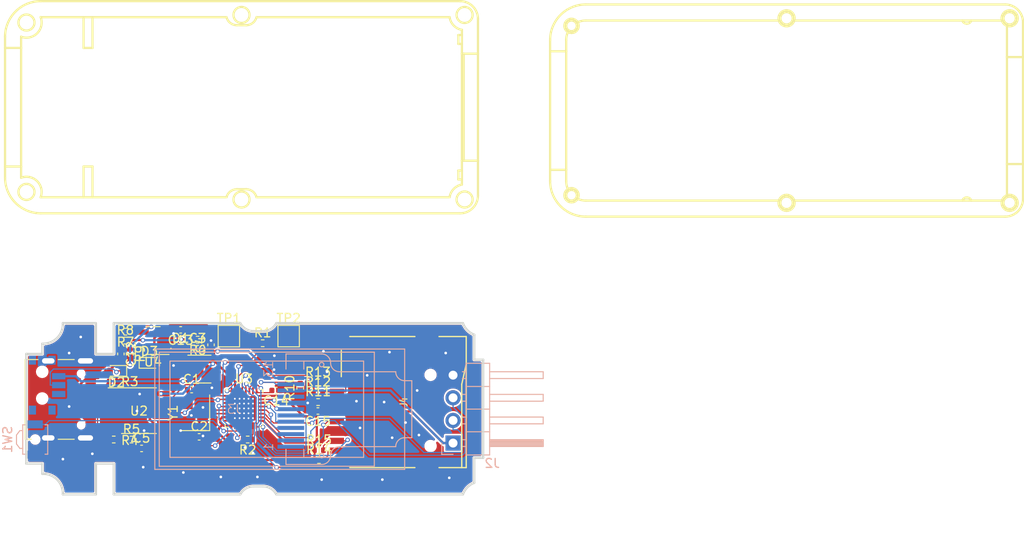
<source format=kicad_pcb>
(kicad_pcb (version 20211014) (generator pcbnew)
  (layers (0 "F.Cu" signal) (31 "B.Cu" signal) (34 "B.Paste" user) (35 "F.Paste" user) (36 "B.SilkS" user "B.Silkscreen") (37 "F.SilkS" user "F.Silkscreen") (38 "B.Mask" user) (39 "F.Mask" user) (44 "Edge.Cuts" user))
  (net 0 "")
  (net 1 "GND")
  (net 3 "Net-(C1-Pad1)")
  (net 4 "Net-(C2-Pad1)")
  (net 5 "Net-(C3-Pad1)")
  (net 6 "+3V3")
  (net 7 "/RESET")
  (net 8 "Net-(C12-Pad1)")
  (net 9 "+4V")
  (net 10 "Net-(C14-Pad2)")
  (net 11 "Net-(D1-Pad1)")
  (net 12 "Net-(D1-Pad2)")
  (net 13 "/LDO_IN")
  (net 14 "+5V")
  (net 15 "/USB_D-")
  (net 16 "/USB_D+")
  (net 18 "Net-(J1-PadA5)")
  (net 20 "Net-(J1-PadB5)")
  (net 21 "/UART3_TX")
  (net 22 "/UART3_RX")
  (net 25 "/LCD_SDA")
  (net 26 "/LCD_SCK")
  (net 27 "/LCD_DC")
  (net 28 "/LCD_RES")
  (net 29 "/LCD_CS")
  (net 31 "Net-(J3-Pad11)")
  (net 32 "/TF_DAT2")
  (net 33 "/TF_DAT3")
  (net 34 "/TF_CMD")
  (net 35 "/TF_CLK")
  (net 36 "/TF_DAT0")
  (net 37 "/TF_DAT1")
  (net 38 "Net-(R1-Pad2)")
  (net 39 "Net-(R5-Pad1)")
  (net 40 "Net-(R6-Pad2)")
  (net 41 "Net-(R9-Pad1)")
  (net 42 "/KEY")
  (net 45 "/TX0")
  (net 46 "/RX0")
  (footprint "Resistor_SMD:R_0402_1005Metric" (layer "F.Cu") (at 28 57.4)
    (fp_text reference "R3")
    (fp_text value "5.1K")
  )
  (footprint "Resistor_SMD:R_0402_1005Metric" (layer "F.Cu") (at 28 63.9)
    (fp_text reference "R4")
    (fp_text value "5.1K")
  )
  (footprint "Resistor_SMD:R_0402_1005Metric" (layer "F.Cu") (at 50.89 58.6)
    (fp_text reference "R12")
    (fp_text value "100K")
  )
  (footprint "Capacitor_SMD:C_0402_1005Metric" (layer "F.Cu") (at 46.2 58.4 180)
    (fp_text reference "C14")
    (fp_text value "4.7uF")
  )
  (footprint "Resistor_SMD:R_0402_1005Metric" (layer "F.Cu") (at 48.9 58.1 90)
    (fp_text reference "R10")
    (fp_text value "10R")
  )
  (footprint "LED_SMD:LED_0402_1005Metric" (layer "F.Cu") (at 35.5 53.7)
    (fp_text reference "D1")
    (fp_text value "LED")
  )
  (footprint "Resistor_SMD:R_0402_1005Metric" (layer "F.Cu") (at 29.99 63.9)
    (fp_text reference "R5")
    (fp_text value "5.1K")
  )
  (footprint "Package_SO:SOIC-8_3.9x4.9mm_P1.27mm" (layer "F.Cu") (at 30.825 60.665)
    (fp_text reference "U2")
    (fp_text value "CH330N")
  )
  (footprint "Capacitor_SMD:C_0402_1005Metric" (layer "F.Cu") (at 37.57 63.6)
    (fp_text reference "C2")
    (fp_text value "15p")
  )
  (footprint "Crystal:Crystal_SMD_3225-4Pin_3.2x2.5mm" (layer "F.Cu") (at 37.1 60.9 90)
    (fp_text reference "Y1")
    (fp_text value "40M")
  )
  (footprint "Resistor_SMD:R_0402_1005Metric" (layer "F.Cu") (at 50.9 59.7)
    (fp_text reference "R11")
    (fp_text value "100K")
  )
  (footprint "Air_LuatOS_Module:Air101" (layer "F.Cu") (at 42.6 60.4)
    (fp_text reference "U3")
    (fp_text value "Air101")
  )
  (footprint "Resistor_SMD:R_0402_1005Metric" (layer "F.Cu") (at 51 66.2)
    (fp_text reference "R14")
    (fp_text value "100K")
  )
  (footprint "Diode_SMD:D_SOD-523" (layer "F.Cu") (at 28.3 56.2 180)
    (fp_text reference "D2")
    (fp_text value "MSK4005")
  )
  (footprint "Resistor_SMD:R_0402_1005Metric" (layer "F.Cu") (at 37.4 52.7 180)
    (fp_text reference "R6")
    (fp_text value "1K")
  )
  (footprint "chenxuuu_Module:microSD_TF" (layer "F.Cu") (at 60.5 59.7 -90)
    (fp_text reference "J4")
    (fp_text value "Micro_SD_Card")
  )
  (footprint "TestPoint:TestPoint_Pad_2.0x2.0mm" (layer "F.Cu") (at 40.9 52.3)
    (fp_text reference "TP1")
    (fp_text value "TestPoint")
  )
  (footprint "Capacitor_SMD:C_0402_1005Metric" (layer "F.Cu") (at 31.12 64.9)
    (fp_text reference "C5")
    (fp_text value "100nf")
  )
  (footprint "Capacitor_SMD:C_0402_1005Metric" (layer "F.Cu") (at 35.5 51.6 180)
    (fp_text reference "C13")
    (fp_text value "1uF")
  )
  (footprint "Capacitor_SMD:C_0402_1005Metric" (layer "F.Cu") (at 36.73 58.3)
    (fp_text reference "C1")
    (fp_text value "15p")
  )
  (footprint "TestPoint:TestPoint_Pad_2.0x2.0mm" (layer "F.Cu") (at 47.6 52.3)
    (fp_text reference "TP2")
    (fp_text value "TestPoint")
  )
  (footprint "Package_TO_SOT_SMD:SOT-23-5" (layer "F.Cu") (at 38.1 56)
    (fp_text reference "U1" hide)
    (fp_text value "4A2D")
  )
  (footprint "Resistor_SMD:R_0402_1005Metric" (layer "F.Cu") (at 29.3 52.8)
    (fp_text reference "R8")
    (fp_text value "1R")
  )
  (footprint "Capacitor_SMD:C_0402_1005Metric" (layer "F.Cu") (at 28.8 54.3 -90)
    (fp_text reference "C12")
    (fp_text value "1uF")
  )
  (footprint "Resistor_SMD:R_0402_1005Metric" (layer "F.Cu") (at 50.89 57.5)
    (fp_text reference "R13")
    (fp_text value "100K")
  )
  (footprint "Resistor_SMD:R_0402_1005Metric" (layer "F.Cu") (at 44.69 53.1)
    (fp_text reference "R1")
    (fp_text value "100K")
  )
  (footprint "Connector_USB:USB_C_Receptacle_Palconn_UTC16-G" (layer "F.Cu") (at 22.9 59.4 -90)
    (fp_text reference "J1" hide)
    (fp_text value "USB_C_Receptacle_USB2.0")
  )
  (footprint "Resistor_SMD:R_0402_1005Metric" (layer "F.Cu") (at 29.31 51.8 180)
    (fp_text reference "R7")
    (fp_text value "0.5R")
  )
  (footprint "Diode_SMD:D_SOD-523" (layer "F.Cu") (at 32 55.3)
    (fp_text reference "D3")
    (fp_text value "MSK4005")
  )
  (footprint "Capacitor_SMD:C_0402_1005Metric" (layer "F.Cu") (at 38.9 53.28 90)
    (fp_text reference "C4")
    (fp_text value "1uF")
  )
  (footprint "Resistor_SMD:R_0402_1005Metric" (layer "F.Cu") (at 43.01 63.9 180)
    (fp_text reference "R2")
    (fp_text value "100K")
  )
  (footprint "Resistor_SMD:R_0402_1005Metric" (layer "F.Cu") (at 50.99 65.1)
    (fp_text reference "R15")
    (fp_text value "100K")
  )
  (footprint "Capacitor_SMD:C_0402_1005Metric" (layer "F.Cu") (at 50.88 60.7 180)
    (fp_text reference "C15")
    (fp_text value "100nf")
  )
  (footprint "Capacitor_SMD:C_0402_1005Metric" (layer "F.Cu") (at 37.4 53.7)
    (fp_text reference "C3")
    (fp_text value "1uF")
  )
  (footprint "Package_TO_SOT_SMD:SOT-23-5" (layer "F.Cu") (at 32.4 52.8 180)
    (fp_text reference "U4")
    (fp_text value "HX4064A")
  )
  (footprint "Resistor_SMD:R_0402_1005Metric" (layer "F.Cu") (at 29.8 54.29 -90)
    (fp_text reference "R9")
    (fp_text value "2K")
  )
  (footprint "Button_Switch_SMD:SW_SPST_B3U-3000P-B" (layer "B.Cu") (at 19.2 63.9 -90)
    (fp_text reference "SW1")
    (fp_text value "Side_SWITCH_SW_3*6*3.5mm")
  )
  (footprint "Connector_PinHeader_2.54mm:PinHeader_1x04_P2.54mm_Horizontal" (layer "B.Cu") (at 66.025 64.3)
    (fp_text reference "J2")
    (fp_text value "Conn_01x04_Male")
  )
  (footprint "chenxuuu_Module:MSK-0002" (layer "B.Cu") (at 19.985 57.8 90)
    (fp_text reference "SW2" hide)
    (fp_text value "SW_Push_SPDT")
  )
  (footprint "chenxuuu_Module:ST7735S-0.96TFT-13P" (layer "B.Cu") (at 46.6 60.5 180)
    (fp_text reference "J3")
    (fp_text value "ST7735S-0.96TFT-13P")
  )
  (gr_line (start 102.536 16.9) (end 80.9 16.9) (layer "F.SilkS") (width 0.254))
  (gr_arc (start 68.8175 36.526) (mid 68.231714 37.940214) (end 66.8175 38.526) (layer "F.SilkS") (width 0.254))
  (gr_line (start 66.6175 33.726) (end 66.6175 34.726) (layer "F.SilkS") (width 0.254))
  (gr_arc (start 123.1 37.1) (mid 123.281174 36.846868) (end 123.576996 36.749971) (layer "F.SilkS") (width 0.254))
  (gr_arc (start 15.8175 18.726) (mid 16.989073 15.897573) (end 19.8175 14.726) (layer "F.SilkS") (width 0.254))
  (gr_line (start 19.8175 38.526) (end 66.8175 38.526) (layer "F.SilkS") (width 0.254))
  (gr_circle (center 103.4 37.35) (end 104.3 37.35) (layer "F.SilkS") (width 0.254) (fill none))
  (gr_line (start 66.8175 14.726) (end 19.8175 14.726) (layer "F.SilkS") (width 0.254))
  (gr_arc (start 17.6175 34.536) (mid 19.41901 34.924137) (end 19.807676 36.725532) (layer "F.SilkS") (width 0.254))
  (gr_line (start 25.6175 33.276) (end 24.6175 33.276) (layer "F.SilkS") (width 0.254))
  (gr_arc (start 43.9995 16.526) (mid 43.572426 17.174751) (end 42.837516 17.426102) (layer "F.SilkS") (width 0.254))
  (gr_line (start 123.577 17.25) (end 123.623 17.25) (layer "F.SilkS") (width 0.254))
  (gr_line (start 24.6175 33.276) (end 24.6175 36.726) (layer "F.SilkS") (width 0.254))
  (gr_line (start 67.0175 32.626) (end 68.8175 32.626) (layer "F.SilkS") (width 0.254))
  (gr_circle (center 79.3 36.5) (end 79.9 36.5) (layer "F.SilkS") (width 0.254) (fill none))
  (gr_circle (center 42.3175 36.976) (end 43.2175 36.976) (layer "F.SilkS") (width 0.254) (fill none))
  (gr_line (start 78.7 20.35) (end 76.9 20.35) (layer "F.SilkS") (width 0.254))
  (gr_line (start 76.9 33.65) (end 78.7 33.65) (layer "F.SilkS") (width 0.254))
  (gr_arc (start 19.8085 16.526) (mid 19.419754 18.328441) (end 17.617252 18.716906) (layer "F.SilkS") (width 0.254))
  (gr_arc (start 17.6175 34.536) (mid 17.617482 34.531297) (end 17.617473 34.526593) (layer "F.SilkS") (width 0.254))
  (gr_arc (start 80.9 37.1) (mid 80.434917 37.050278) (end 79.990856 36.903361) (layer "F.SilkS") (width 0.254))
  (gr_line (start 104.265 37.1) (end 127.536 37.1) (layer "F.SilkS") (width 0.254))
  (gr_line (start 128.1 21) (end 128.1 17.498) (layer "F.SilkS") (width 0.254))
  (gr_arc (start 65.6365 36.726) (mid 66.098066 35.792259) (end 67.017688 35.303166) (layer "F.SilkS") (width 0.254))
  (gr_circle (center 79.3 17.5) (end 79.9 17.5) (layer "F.SilkS") (width 0.254) (fill none))
  (gr_line (start 76.9 33.65) (end 76.9 34.9) (layer "F.SilkS") (width 0.254))
  (gr_line (start 43.9995 36.726) (end 65.6365 36.726) (layer "F.SilkS") (width 0.254))
  (gr_line (start 68.8175 20.626) (end 67.0175 20.626) (layer "F.SilkS") (width 0.254))
  (gr_arc (start 76.9 19.1) (mid 78.071598 16.271548) (end 80.90007 15.1) (layer "F.SilkS") (width 0.254))
  (gr_arc (start 67.0175 17.949) (mid 66.097817 17.459766) (end 65.636283 16.525875) (layer "F.SilkS") (width 0.254))
  (gr_circle (center 79.3 36.5) (end 80.1 36.5) (layer "F.SilkS") (width 0.254) (fill none))
  (gr_line (start 129.9 21) (end 128.1 21) (layer "F.SilkS") (width 0.254))
  (gr_line (start 128.1 21) (end 128.1 33) (layer "F.SilkS") (width 0.254))
  (gr_line (start 127.9 15.1) (end 80.9 15.1) (layer "F.SilkS") (width 0.254))
  (gr_line (start 78.7 33.65) (end 78.7 20.35) (layer "F.SilkS") (width 0.254))
  (gr_line (start 80.9 38.9) (end 127.9 38.9) (layer "F.SilkS") (width 0.254))
  (gr_line (start 67.0175 33.726) (end 66.6175 33.726) (layer "F.SilkS") (width 0.254))
  (gr_line (start 65.6365 16.526) (end 43.9995 16.526) (layer "F.SilkS") (width 0.254))
  (gr_line (start 24.6175 16.526) (end 24.6175 19.976) (layer "F.SilkS") (width 0.254))
  (gr_line (start 67.0175 20.626) (end 67.0175 17.949) (layer "F.SilkS") (width 0.254))
  (gr_line (start 15.8175 33.276) (end 17.6175 33.276) (layer "F.SilkS") (width 0.254))
  (gr_line (start 67.2175 32.626) (end 67.2175 20.626) (layer "F.SilkS") (width 0.254))
  (gr_line (start 66.6175 34.726) (end 67.0175 34.726) (layer "F.SilkS") (width 0.254))
  (gr_line (start 67.0175 20.626) (end 67.0175 32.626) (layer "F.SilkS") (width 0.254))
  (gr_arc (start 19.8175 38.526) (mid 16.989073 37.354427) (end 15.8175 34.526) (layer "F.SilkS") (width 0.254))
  (gr_line (start 42.8375 35.826) (end 41.7985 35.826) (layer "F.SilkS") (width 0.254))
  (gr_line (start 80.9 37.1) (end 102.536 37.1) (layer "F.SilkS") (width 0.254))
  (gr_circle (center 128.4 16.65) (end 129.3 16.65) (layer "F.SilkS") (width 0.254) (fill none))
  (gr_line (start 17.6175 33.276) (end 17.6175 34.526) (layer "F.SilkS") (width 0.254))
  (gr_line (start 129.9 36.9) (end 129.9 33) (layer "F.SilkS") (width 0.254))
  (gr_arc (start 79.991 17.096) (mid 80.435193 16.949128) (end 80.900395 16.899478) (layer "F.SilkS") (width 0.254))
  (gr_circle (center 128.4 37.35) (end 129.3 37.35) (layer "F.SilkS") (width 0.254) (fill none))
  (gr_arc (start 123.577 17.25) (mid 123.281194 17.153111) (end 123.100029 16.899995) (layer "F.SilkS") (width 0.254))
  (gr_line (start 25.6175 36.726) (end 25.6175 33.276) (layer "F.SilkS") (width 0.254))
  (gr_line (start 127.536 16.9) (end 104.265 16.9) (layer "F.SilkS") (width 0.254))
  (gr_line (start 129.9 33) (end 129.9 21) (layer "F.SilkS") (width 0.254))
  (gr_circle (center 18.2175 17.126) (end 19.1175 17.126) (layer "F.SilkS") (width 0.254) (fill none))
  (gr_line (start 68.8175 20.626) (end 68.8175 16.726) (layer "F.SilkS") (width 0.254))
  (gr_circle (center 18.2175 36.126) (end 19.1175 36.126) (layer "F.SilkS") (width 0.254) (fill none))
  (gr_line (start 67.0175 18.526) (end 66.6175 18.526) (layer "F.SilkS") (width 0.254))
  (gr_line (start 76.9 19.1) (end 76.9 20.35) (layer "F.SilkS") (width 0.254))
  (gr_arc (start 19.8085 16.526) (mid 19.813203 16.525982) (end 19.817907 16.525973) (layer "F.SilkS") (width 0.254))
  (gr_line (start 24.6175 19.976) (end 25.6175 19.976) (layer "F.SilkS") (width 0.254))
  (gr_line (start 15.8175 33.276) (end 15.8175 34.526) (layer "F.SilkS") (width 0.254))
  (gr_arc (start 41.7985 17.426) (mid 41.063649 17.17468) (end 40.636602 16.52599) (layer "F.SilkS") (width 0.254))
  (gr_line (start 76.9 20.35) (end 76.9 33.65) (layer "F.SilkS") (width 0.254))
  (gr_line (start 68.8175 36.526) (end 68.8175 32.626) (layer "F.SilkS") (width 0.254))
  (gr_arc (start 80.9 38.9) (mid 78.071573 37.728427) (end 76.9 34.9) (layer "F.SilkS") (width 0.254))
  (gr_line (start 66.6175 18.526) (end 66.6175 19.526) (layer "F.SilkS") (width 0.254))
  (gr_circle (center 103.4 37.35) (end 104.1 37.35) (layer "F.SilkS") (width 0.254) (fill none))
  (gr_line (start 17.6175 33.276) (end 17.6175 19.976) (layer "F.SilkS") (width 0.254))
  (gr_circle (center 103.4 16.65) (end 104.3 16.65) (layer "F.SilkS") (width 0.254) (fill none))
  (gr_line (start 78.7 33.65) (end 78.7 34.9) (layer "F.SilkS") (width 0.254))
  (gr_arc (start 129.9 36.9) (mid 129.314214 38.314214) (end 127.9 38.9) (layer "F.SilkS") (width 0.254))
  (gr_arc (start 19.8175 36.726) (mid 19.812796 36.725991) (end 19.808093 36.725971) (layer "F.SilkS") (width 0.254))
  (gr_line (start 68.8175 32.626) (end 68.8175 20.626) (layer "F.SilkS") (width 0.254))
  (gr_arc (start 78.7 19.1) (mid 78.749722 18.634917) (end 78.896639 18.190856) (layer "F.SilkS") (width 0.254))
  (gr_circle (center 79.3 17.5) (end 80.1 17.5) (layer "F.SilkS") (width 0.254) (fill none))
  (gr_arc (start 66.8175 14.726) (mid 68.231714 15.311786) (end 68.8175 16.726) (layer "F.SilkS") (width 0.254))
  (gr_circle (center 128.4 37.35) (end 129.1 37.35) (layer "F.SilkS") (width 0.254) (fill none))
  (gr_circle (center 42.3175 16.276) (end 43.2175 16.276) (layer "F.SilkS") (width 0.254) (fill none))
  (gr_line (start 66.6175 19.526) (end 67.0175 19.526) (layer "F.SilkS") (width 0.254))
  (gr_arc (start 42.8375 35.826) (mid 43.572351 36.07732) (end 43.999398 36.72601) (layer "F.SilkS") (width 0.254))
  (gr_line (start 42.8375 17.426) (end 41.7985 17.426) (layer "F.SilkS") (width 0.254))
  (gr_line (start 19.8175 36.726) (end 40.6365 36.726) (layer "F.SilkS") (width 0.254))
  (gr_circle (center 128.4 16.65) (end 129.1 16.65) (layer "F.SilkS") (width 0.254) (fill none))
  (gr_arc (start 40.6365 36.726) (mid 41.063574 36.077249) (end 41.798484 35.825898) (layer "F.SilkS") (width 0.254))
  (gr_line (start 17.6175 19.976) (end 15.8175 19.976) (layer "F.SilkS") (width 0.254))
  (gr_circle (center 67.3175 36.976) (end 68.2175 36.976) (layer "F.SilkS") (width 0.254) (fill none))
  (gr_line (start 40.6365 16.526) (end 19.8175 16.526) (layer "F.SilkS") (width 0.254))
  (gr_line (start 17.6175 18.726) (end 17.6175 19.976) (layer "F.SilkS") (width 0.254))
  (gr_line (start 128.1 33) (end 129.9 33) (layer "F.SilkS") (width 0.254))
  (gr_line (start 25.6175 19.976) (end 25.6175 16.526) (layer "F.SilkS") (width 0.254))
  (gr_arc (start 124.1 16.9) (mid 123.918826 17.153132) (end 123.623004 17.250029) (layer "F.SilkS") (width 0.254))
  (gr_arc (start 17.6175 18.726) (mid 17.617507 18.721296) (end 17.617524 18.716593) (layer "F.SilkS") (width 0.254))
  (gr_line (start 15.8175 18.726) (end 15.8175 19.976) (layer "F.SilkS") (width 0.254))
  (gr_line (start 78.7 19.1) (end 78.7 20.35) (layer "F.SilkS") (width 0.254))
  (gr_line (start 15.8175 19.976) (end 15.8175 33.276) (layer "F.SilkS") (width 0.254))
  (gr_arc (start 78.897 35.809) (mid 78.750105 35.365019) (end 78.700389 34.900018) (layer "F.SilkS") (width 0.254))
  (gr_line (start 123.623 36.75) (end 123.577 36.75) (layer "F.SilkS") (width 0.254))
  (gr_line (start 129.9 21) (end 129.9 17.1) (layer "F.SilkS") (width 0.254))
  (gr_circle (center 67.3175 16.276) (end 68.2175 16.276) (layer "F.SilkS") (width 0.254) (fill none))
  (gr_circle (center 103.4 16.65) (end 104.1 16.65) (layer "F.SilkS") (width 0.254) (fill none))
  (gr_arc (start 127.9 15.1) (mid 129.314214 15.685786) (end 129.9 17.1) (layer "F.SilkS") (width 0.254))
  (gr_arc (start 123.623 36.75) (mid 123.918806 36.846889) (end 124.099971 37.100005) (layer "F.SilkS") (width 0.254))
  (gr_line (start 128.1 36.501) (end 128.1 33) (layer "F.SilkS") (width 0.254))
  (gr_line (start 67.0175 35.303) (end 67.0175 32.626) (layer "F.SilkS") (width 0.254))
  (gr_arc (start 42.18 70.05) (mid 42.805363 69.392258) (end 43.680014 69.15) (layer "Edge.Cuts") (width 0.254))
  (gr_line (start 26 50.85) (end 26 54.3) (layer "Edge.Cuts") (width 0.254))
  (gr_line (start 20 66.6) (end 20 67.752) (layer "Edge.Cuts") (width 0.254))
  (gr_line (start 22.298 50.85) (end 26 50.85) (layer "Edge.Cuts") (width 0.254))
  (gr_arc (start 68.4 52.149) (mid 67.625753 51.636277) (end 67.132082 50.849744) (layer "Edge.Cuts") (width 0.254))
  (gr_line (start 69.4 54.95) (end 68.4 54.95) (layer "Edge.Cuts") (width 0.254))
  (gr_line (start 18.2 54.3) (end 18.2 66.6) (layer "Edge.Cuts") (width 0.254))
  (gr_line (start 68.4 54.95) (end 68.4 52.149) (layer "Edge.Cuts") (width 0.254))
  (gr_line (start 20 54.3) (end 18.2 54.3) (layer "Edge.Cuts") (width 0.254))
  (gr_arc (start 20 67.752) (mid 21.655831 68.394174) (end 22.298 70.050006) (layer "Edge.Cuts") (width 0.254))
  (gr_line (start 28 70.05) (end 28 66.6) (layer "Edge.Cuts") (width 0.254))
  (gr_line (start 28 70.05) (end 42.18 70.05) (layer "Edge.Cuts") (width 0.254))
  (gr_line (start 69.4 65.95) (end 69.4 54.95) (layer "Edge.Cuts") (width 0.254))
  (gr_line (start 68.4 68.751) (end 68.4 65.95) (layer "Edge.Cuts") (width 0.254))
  (gr_line (start 22.298 70.05) (end 26 70.05) (layer "Edge.Cuts") (width 0.254))
  (gr_line (start 68.4 65.95) (end 69.4 65.95) (layer "Edge.Cuts") (width 0.254))
  (gr_arc (start 43.68 51.75) (mid 42.805351 51.507734) (end 42.179993 50.849987) (layer "Edge.Cuts") (width 0.254))
  (gr_arc (start 46.22 50.85) (mid 45.594637 51.507742) (end 44.719986 51.75) (layer "Edge.Cuts") (width 0.254))
  (gr_arc (start 22.298 50.85) (mid 21.655826 52.505831) (end 19.999994 53.148) (layer "Edge.Cuts") (width 0.254))
  (gr_line (start 26 54.3) (end 28 54.3) (layer "Edge.Cuts") (width 0.254))
  (gr_line (start 44.72 51.75) (end 43.68 51.75) (layer "Edge.Cuts") (width 0.254))
  (gr_line (start 46.22 70.05) (end 67.132 70.05) (layer "Edge.Cuts") (width 0.254))
  (gr_line (start 26 66.6) (end 26 70.05) (layer "Edge.Cuts") (width 0.254))
  (gr_line (start 18.2 66.6) (end 20 66.6) (layer "Edge.Cuts") (width 0.254))
  (gr_line (start 67.132 50.85) (end 46.22 50.85) (layer "Edge.Cuts") (width 0.254))
  (gr_arc (start 67.132 70.05) (mid 67.625783 69.263456) (end 68.400138 68.75077) (layer "Edge.Cuts") (width 0.254))
  (gr_line (start 28 50.85) (end 42.18 50.85) (layer "Edge.Cuts") (width 0.254))
  (gr_arc (start 44.72 69.15) (mid 45.594649 69.392266) (end 46.220007 70.050013) (layer "Edge.Cuts") (width 0.254))
  (gr_line (start 28 66.6) (end 26 66.6) (layer "Edge.Cuts") (width 0.254))
  (gr_line (start 28 54.3) (end 28 50.85) (layer "Edge.Cuts") (width 0.254))
  (gr_line (start 20 53.148) (end 20 54.3) (layer "Edge.Cuts") (width 0.254))
  (gr_line (start 44.72 69.15) (end 43.68 69.15) (layer "Edge.Cuts") (width 0.254))
  (via (at 43.6 65.4) (size 0.5) (drill 0.3) (layers "F.Cu" "B.Cu") (net 1))
  (via (at 38 60.3) (size 0.5) (drill 0.3) (layers "F.Cu" "B.Cu") (net 1))
  (via (at 44.1 68.1) (size 0.5) (drill 0.3) (layers "F.Cu" "B.Cu") (net 1))
  (via (at 65.2 54.2) (size 0.5) (drill 0.3) (layers "F.Cu" "B.Cu") (net 1))
  (via (at 25.6 65.5) (size 0.5) (drill 0.3) (layers "F.Cu" "B.Cu") (net 1))
  (via (at 35.8 67.6) (size 0.5) (drill 0.3) (layers "F.Cu" "B.Cu") (net 1))
  (via (at 39 58.1) (size 0.5) (drill 0.3) (layers "F.Cu" "B.Cu") (net 1))
  (via (at 56.4 56.7) (size 0.5) (drill 0.3) (layers "F.Cu" "B.Cu") (net 1))
  (via (at 24.3 52.4) (size 0.5) (drill 0.3) (layers "F.Cu" "B.Cu") (net 1))
  (via (at 51.9 56.3) (size 0.5) (drill 0.3) (layers "F.Cu" "B.Cu") (net 1))
  (via (at 30.6 60.7) (size 0.5) (drill 0.3) (layers "F.Cu" "B.Cu") (net 1))
  (via (at 36.7 61.2) (size 0.5) (drill 0.3) (layers "F.Cu" "B.Cu") (net 1))
  (via (at 46 54.5) (size 0.5) (drill 0.3) (layers "F.Cu" "B.Cu") (net 1))
  (via (at 34.7 52) (size 0.5) (drill 0.3) (layers "F.Cu" "B.Cu") (net 1))
  (via (at 42.7 64.8) (size 0.5) (drill 0.3) (layers "F.Cu" "B.Cu") (net 1))
  (via (at 23 54.2) (size 0.5) (drill 0.3) (layers "F.Cu" "B.Cu") (net 1))
  (via (at 34.7 55.6) (size 0.5) (drill 0.3) (layers "F.Cu" "B.Cu") (net 1))
  (via (at 22.3 66.1) (size 0.5) (drill 0.3) (layers "F.Cu" "B.Cu") (net 1))
  (via (at 65.6 68.2) (size 0.5) (drill 0.3) (layers "F.Cu" "B.Cu") (net 1))
  (via (at 23 60.2) (size 0.5) (drill 0.3) (layers "F.Cu" "B.Cu") (net 1))
  (via (at 30.9 58.8) (size 0.5) (drill 0.3) (layers "F.Cu" "B.Cu") (net 1))
  (via (at 58.1 68.4) (size 0.5) (drill 0.3) (layers "F.Cu" "B.Cu") (net 1))
  (via (at 58.9 54.1) (size 0.5) (drill 0.3) (layers "F.Cu" "B.Cu") (net 1))
  (via (at 51.5 54) (size 0.5) (drill 0.3) (layers "F.Cu" "B.Cu") (net 1))
  (via (at 55.6 62.6) (size 0.5) (drill 0.3) (layers "F.Cu" "B.Cu") (net 1))
  (via (at 55.2 59.6) (size 0.5) (drill 0.3) (layers "F.Cu" "B.Cu") (net 1))
  (via (at 62 58.4) (size 0.5) (drill 0.3) (layers "F.Cu" "B.Cu") (net 1))
  (via (at 58.3 59.7) (size 0.5) (drill 0.3) (layers "F.Cu" "B.Cu") (net 1))
  (via (at 38.9 52.8) (size 0.5) (drill 0.3) (layers "F.Cu" "B.Cu") (net 1))
  (via (at 60.7 62) (size 0.5) (drill 0.3) (layers "F.Cu" "B.Cu") (net 1))
  (via (at 51.3 68.4) (size 0.5) (drill 0.3) (layers "F.Cu" "B.Cu") (net 1))
  (via (at 62.2 63.4) (size 0.5) (drill 0.3) (layers "F.Cu" "B.Cu") (net 1))
  (via (at 31.4 62.9) (size 0.5) (drill 0.3) (layers "F.Cu" "B.Cu") (net 1))
  (via (at 35.5 62.9) (size 0.5) (drill 0.3) (layers "F.Cu" "B.Cu") (net 1))
  (via (at 40 68.1) (size 0.5) (drill 0.3) (layers "F.Cu" "B.Cu") (net 1))
  (via (at 38 63.5) (size 0.5) (drill 0.3) (layers "F.Cu" "B.Cu") (net 1))
  (via (at 59.2 63.7) (size 0.5) (drill 0.3) (layers "F.Cu" "B.Cu") (net 1))
  (via (at 49.7368 59.8) (size 0.5) (drill 0.3) (layers "F.Cu" "B.Cu") (net 1))
  (via (at 45.9581 56.0625) (size 0.5) (drill 0.3) (layers "F.Cu" "B.Cu") (net 1))
  (via (at 31.3 67) (size 0.5) (drill 0.3) (layers "F.Cu" "B.Cu") (net 1))
  (segment (start 47.85 56.3) (end 46.1547 56.3) (width 0.13) (layer "B.Cu") (net 1))
  (segment (start 47.85 59.8) (end 49.7368 59.8) (width 0.13) (layer "B.Cu") (net 1))
  (segment (start 45.9581 56.0625) (end 46.1547 56.2591) (width 0.13) (layer "B.Cu") (net 1))
  (segment (start 46.1547 56.2591) (end 46.1547 56.3) (width 0.13) (layer "B.Cu") (net 1))
  (segment (start 38.984 60.6) (end 40.65 60.6) (width 0.15) (layer "F.Cu") (net 3))
  (segment (start 36.25 59.8) (end 36.25 59.9) (width 0.15) (layer "F.Cu") (net 3))
  (segment (start 38.617 60.967) (end 38.984 60.6) (width 0.15) (layer "F.Cu") (net 3))
  (segment (start 36.25 58.4) (end 36.25 58.3) (width 0.13) (layer "F.Cu") (net 3))
  (segment (start 37.317 60.967) (end 38.617 60.967) (width 0.15) (layer "F.Cu") (net 3))
  (segment (start 36.25 58.4) (end 36.25 59.8) (width 0.15) (layer "F.Cu") (net 3))
  (segment (start 36.25 59.9) (end 37.317 60.967) (width 0.15) (layer "F.Cu") (net 3))
  (segment (start 37.09 62.86) (end 37.95 62) (width 0.15) (layer "F.Cu") (net 4))
  (segment (start 40.65 61) (end 39.05 61) (width 0.15) (layer "F.Cu") (net 4))
  (segment (start 38.05 62) (end 37.95 62) (width 0.15) (layer "F.Cu") (net 4))
  (segment (start 37.09 63.6) (end 37.09 62.86) (width 0.15) (layer "F.Cu") (net 4))
  (segment (start 39.05 61) (end 38.05 62) (width 0.15) (layer "F.Cu") (net 4))
  (segment (start 36.9625 55.05) (end 36.9625 53.7425) (width 0.25) (layer "F.Cu") (net 5))
  (segment (start 37.2769 55.05) (end 36.9625 55.05) (width 0.25) (layer "F.Cu") (net 5))
  (segment (start 37.2919 56.95) (end 37.9266 56.3153) (width 0.25) (layer "F.Cu") (net 5))
  (segment (start 37.9266 55.6997) (end 37.2769 55.05) (width 0.25) (layer "F.Cu") (net 5))
  (segment (start 37.9266 56.3153) (end 37.9266 55.6997) (width 0.25) (layer "F.Cu") (net 5))
  (segment (start 36.549 57.3635) (end 36.9625 56.95) (width 0.25) (layer "F.Cu") (net 5))
  (segment (start 36.9625 53.7425) (end 36.92 53.7) (width 0.25) (layer "F.Cu") (net 5))
  (segment (start 35.7667 57.3635) (end 36.549 57.3635) (width 0.25) (layer "F.Cu") (net 5))
  (segment (start 36.9625 56.95) (end 37.2919 56.95) (width 0.25) (layer "F.Cu") (net 5))
  (via (at 35.7667 57.3635) (size 0.5) (drill 0.3) (layers "F.Cu" "B.Cu") (net 5))
  (segment (start 24.3287 57.3635) (end 35.7667 57.3635) (width 0.25) (layer "B.Cu") (net 5))
  (segment (start 23.7652 56.8) (end 24.3287 57.3635) (width 0.25) (layer "B.Cu") (net 5))
  (segment (start 21.83 56.8) (end 23.7652 56.8) (width 0.25) (layer "B.Cu") (net 5))
  (segment (start 51.5832 60.7) (end 51.39 60.7) (width 0.25) (layer "F.Cu") (net 6))
  (segment (start 42 62.35) (end 41.6 62.35) (width 0.25) (layer "F.Cu") (net 6))
  (segment (start 39.2375 55.2625) (end 39.1 55.4) (width 0.25) (layer "F.Cu") (net 6))
  (segment (start 51.36 60.7) (end 51.5832 60.7) (width 0.25) (layer "F.Cu") (net 6))
  (segment (start 50.7563 63.9744) (end 50.48 64.2507) (width 0.25) (layer "F.Cu") (net 6))
  (segment (start 32.037 59.7435) (end 32.037 61.6452) (width 0.25) (layer "F.Cu") (net 6))
  (segment (start 50.7563 61.3037) (end 51.36 60.7) (width 0.25) (layer "F.Cu") (net 6))
  (segment (start 39.5594 62.9993) (end 39.7885 62.7702) (width 0.25) (layer "F.Cu") (net 6))
  (segment (start 41.6 57.4125) (end 39.2375 55.05) (width 0.25) (layer "F.Cu") (net 6))
  (segment (start 64.9197 64.3) (end 61.3697 60.75) (width 0.25) (layer "F.Cu") (net 6))
  (segment (start 50.49 66.2) (end 50.49 65.11) (width 0.25) (layer "F.Cu") (net 6))
  (segment (start 39.9445 61.9952) (end 39.9445 61.6098) (width 0.25) (layer "F.Cu") (net 6))
  (segment (start 50.49 65.11) (end 50.48 65.1) (width 0.25) (layer "F.Cu") (net 6))
  (segment (start 32.9618 62.57) (end 33.3 62.57) (width 0.25) (layer "F.Cu") (net 6))
  (segment (start 40.1837 62.2343) (end 39.9445 61.9952) (width 0.25) (layer "F.Cu") (net 6))
  (segment (start 49.2574 61.3037) (end 46.9537 59) (width 0.25) (layer "F.Cu") (net 6))
  (segment (start 51.8947 60.7) (end 51.9447 60.75) (width 0.25) (layer "F.Cu") (net 6))
  (segment (start 50.38 57.5) (end 50.38 58.6) (width 0.25) (layer "F.Cu") (net 6))
  (segment (start 39.6391 54.0097) (end 39.3253 54.0097) (width 0.25) (layer "F.Cu") (net 6))
  (segment (start 39.7885 62.7702) (end 39.7885 62.6295) (width 0.25) (layer "F.Cu") (net 6))
  (segment (start 42.7601 66.2) (end 50.49 66.2) (width 0.25) (layer "F.Cu") (net 6))
  (segment (start 40.2993 62.35) (end 40.1837 62.2343) (width 0.25) (layer "F.Cu") (net 6))
  (segment (start 50.7563 61.3037) (end 50.7563 63.9744) (width 0.25) (layer "F.Cu") (net 6))
  (segment (start 34.9664 64.2364) (end 38.3223 64.2364) (width 0.25) (layer "F.Cu") (net 6))
  (segment (start 51.5832 60.7) (end 51.8947 60.7) (width 0.25) (layer "F.Cu") (net 6))
  (segment (start 39.9445 61.6098) (end 40.1543 61.4) (width 0.25) (layer "F.Cu") (net 6))
  (segment (start 53 60.75) (end 51.9447 60.75) (width 0.25) (layer "F.Cu") (net 6))
  (segment (start 50.48 65.1) (end 50.48 64.2507) (width 0.25) (layer "F.Cu") (net 6))
  (segment (start 50.39 59.0952) (end 50.38 59.0852) (width 0.25) (layer "F.Cu") (net 6))
  (segment (start 46.9537 59) (end 44.55 59) (width 0.25) (layer "F.Cu") (net 6))
  (segment (start 33.3 62.57) (end 34.9664 64.2364) (width 0.25) (layer "F.Cu") (net 6))
  (segment (start 41.2 62.35) (end 40.2993 62.35) (width 0.25) (layer "F.Cu") (net 6))
  (segment (start 66.025 64.3) (end 64.9197 64.3) (width 0.25) (layer "F.Cu") (net 6))
  (segment (start 50.7563 61.3037) (end 49.2574 61.3037) (width 0.25) (layer "F.Cu") (net 6))
  (segment (start 39.2375 54.0975) (end 39.2375 55.05) (width 0.25) (layer "F.Cu") (net 6))
  (segment (start 50.38 59.0852) (end 50.38 58.6) (width 0.25) (layer "F.Cu") (net 6))
  (segment (start 61.3697 60.75) (end 53 60.75) (width 0.25) (layer "F.Cu") (net 6))
  (segment (start 44.7588 61.8) (end 44.55 61.8) (width 0.25) (layer "F.Cu") (net 6))
  (segment (start 41.6 58.45) (end 41.6 57.4125) (width 0.25) (layer "F.Cu") (net 6))
  (segment (start 39.5594 62.9993) (end 42.7601 66.2) (width 0.25) (layer "F.Cu") (net 6))
  (segment (start 39.7885 62.6295) (end 40.1837 62.2343) (width 0.25) (layer "F.Cu") (net 6))
  (segment (start 47.2095 64.2507) (end 44.7588 61.8) (width 0.25) (layer "F.Cu") (net 6))
  (segment (start 39.3253 54.0097) (end 39.2375 54.0975) (width 0.25) (layer "F.Cu") (net 6))
  (segment (start 50.48 64.2507) (end 47.2095 64.2507) (width 0.25) (layer "F.Cu") (net 6))
  (segment (start 39.2375 55.05) (end 39.2375 55.2625) (width 0.25) (layer "F.Cu") (net 6))
  (segment (start 38.3223 64.2364) (end 39.5594 62.9993) (width 0.25) (layer "F.Cu") (net 6))
  (segment (start 51.39 60.7) (end 50.39 59.7) (width 0.25) (layer "F.Cu") (net 6))
  (segment (start 40.1543 61.4) (end 40.65 61.4) (width 0.25) (layer "F.Cu") (net 6))
  (segment (start 33.0205 58.76) (end 32.037 59.7435) (width 0.25) (layer "F.Cu") (net 6))
  (segment (start 50.39 59.7) (end 50.39 59.0952) (width 0.25) (layer "F.Cu") (net 6))
  (segment (start 41.6 62.35) (end 41.2 62.35) (width 0.25) (layer "F.Cu") (net 6))
  (segment (start 38.9 53.76) (end 39.2375 54.0975) (width 0.25) (layer "F.Cu") (net 6))
  (segment (start 32.037 61.6452) (end 32.9618 62.57) (width 0.25) (layer "F.Cu") (net 6))
  (segment (start 33.3 58.76) (end 33.0205 58.76) (width 0.25) (layer "F.Cu") (net 6))
  (via (at 39.1 55.4) (size 0.5) (drill 0.3) (layers "F.Cu" "B.Cu") (net 6))
  (via (at 33.3 58.76) (size 0.5) (drill 0.3) (layers "F.Cu" "B.Cu") (net 6))
  (via (at 39.6391 54.0097) (size 0.5) (drill 0.3) (layers "F.Cu" "B.Cu") (net 6))
  (segment (start 48.7277 57) (end 49.6053 57) (width 0.25) (layer "B.Cu") (net 6))
  (segment (start 49.6053 57) (end 49.6053 58.4) (width 0.25) (layer "B.Cu") (net 6))
  (segment (start 35.74 58.76) (end 33.3 58.76) (width 0.25) (layer "B.Cu") (net 6))
  (segment (start 49.6053 58.4) (end 59.0197 58.4) (width 0.25) (layer "B.Cu") (net 6))
  (segment (start 49.5102 58.4) (end 49.6053 58.4) (width 0.25) (layer "B.Cu") (net 6))
  (segment (start 46.0947 57) (end 43.1044 54.0097) (width 0.25) (layer "B.Cu") (net 6))
  (segment (start 59.0197 58.4) (end 64.9197 64.3) (width 0.25) (layer "B.Cu") (net 6))
  (segment (start 39.1 55.4) (end 35.74 58.76) (width 0.25) (layer "B.Cu") (net 6))
  (segment (start 48.7277 57) (end 47.85 57) (width 0.25) (layer "B.Cu") (net 6))
  (segment (start 43.1044 54.0097) (end 39.6391 54.0097) (width 0.25) (layer "B.Cu") (net 6))
  (segment (start 47.85 58.4) (end 49.5102 58.4) (width 0.25) (layer "B.Cu") (net 6))
  (segment (start 47.85 57) (end 46.0947 57) (width 0.25) (layer "B.Cu") (net 6))
  (segment (start 66.025 64.3) (end 64.9197 64.3) (width 0.25) (layer "B.Cu") (net 6))
  (segment (start 39.7902 60.1356) (end 39.8546 60.2) (width 0.13) (layer "F.Cu") (net 7))
  (segment (start 30.5 63.9) (end 30.5 64.2378) (width 0.13) (layer "F.Cu") (net 7))
  (segment (start 30.64 64.3778) (end 32.107 64.3778) (width 0.13) (layer "F.Cu") (net 7))
  (segment (start 30.5 64.2378) (end 30.64 64.3778) (width 0.13) (layer "F.Cu") (net 7))
  (segment (start 32.107 64.3778) (end 32.32 64.5908) (width 0.13) (layer "F.Cu") (net 7))
  (segment (start 30.64 64.9) (end 30.64 64.3778) (width 0.13) (layer "F.Cu") (net 7))
  (segment (start 39.8546 60.2) (end 40.65 60.2) (width 0.13) (layer "F.Cu") (net 7))
  (segment (start 32.32 64.5908) (end 39.3561 64.5908) (width 0.13) (layer "F.Cu") (net 7))
  (via (at 39.3561 64.5908) (size 0.5) (drill 0.3) (layers "F.Cu" "B.Cu") (net 7))
  (via (at 39.7902 60.1356) (size 0.5) (drill 0.3) (layers "F.Cu" "B.Cu") (net 7))
  (segment (start 40.7613 63.1856) (end 40.7613 62.6377) (width 0.13) (layer "B.Cu") (net 7))
  (segment (start 39.3561 64.5908) (end 40.7613 63.1856) (width 0.13) (layer "B.Cu") (net 7))
  (segment (start 40.7613 62.6377) (end 39.7902 61.6666) (width 0.13) (layer "B.Cu") (net 7))
  (segment (start 39.7902 61.6666) (end 39.7902 60.1356) (width 0.13) (layer "B.Cu") (net 7))
  (segment (start 28.8 53.82) (end 28.79 53.81) (width 0.13) (layer "F.Cu") (net 8))
  (segment (start 28.79 53.81) (end 28.79 52.8) (width 0.13) (layer "F.Cu") (net 8))
  (segment (start 39.6447 52.3) (end 40.9 52.3) (width 0.25) (layer "F.Cu") (net 9))
  (segment (start 42.9553 53.1) (end 42.1553 52.3) (width 0.25) (layer "F.Cu") (net 9))
  (segment (start 44.18 53.1) (end 42.9553 53.1) (width 0.25) (layer "F.Cu") (net 9))
  (segment (start 32.55 54.5447) (end 32.7 54.6947) (width 0.25) (layer "F.Cu") (net 9))
  (segment (start 33.5375 51.85) (end 34.35202 51.03548) (width 0.25) (layer "F.Cu") (net 9))
  (segment (start 35.41548 51.03548) (end 35.98 51.6) (width 0.25) (layer "F.Cu") (net 9))
  (segment (start 40.9 52.3) (end 42.1553 52.3) (width 0.25) (layer "F.Cu") (net 9))
  (segment (start 33.2328 51.85) (end 32.55 52.5328) (width 0.25) (layer "F.Cu") (net 9))
  (segment (start 33.5375 51.85) (end 33.2328 51.85) (width 0.25) (layer "F.Cu") (net 9))
  (segment (start 35.41548 51.03548) (end 38.38018 51.03548) (width 0.25) (layer "F.Cu") (net 9))
  (segment (start 32.7 55.3) (end 32.7 54.6947) (width 0.25) (layer "F.Cu") (net 9))
  (segment (start 34.35202 51.03548) (end 35.41548 51.03548) (width 0.25) (layer "F.Cu") (net 9))
  (segment (start 32.55 52.5328) (end 32.55 54.5447) (width 0.25) (layer "F.Cu") (net 9))
  (segment (start 38.38018 51.03548) (end 39.6447 52.3) (width 0.25) (layer "F.Cu") (net 9))
  (segment (start 44.1934 58.6434) (end 45.4766 58.6434) (width 0.13) (layer "F.Cu") (net 10))
  (segment (start 45.4766 58.6434) (end 45.72 58.4) (width 0.13) (layer "F.Cu") (net 10))
  (segment (start 44 58.45) (end 44.1934 58.6434) (width 0.13) (layer "F.Cu") (net 10))
  (segment (start 35.015 53.7) (end 33.5875 53.7) (width 0.13) (layer "F.Cu") (net 11))
  (segment (start 33.5875 53.7) (end 33.5375 53.75) (width 0.13) (layer "F.Cu") (net 11))
  (segment (start 36.5565 52.2174) (end 35.3752 52.2174) (width 0.13) (layer "F.Cu") (net 12))
  (segment (start 37.3832 52.1732) (end 36.6007 52.1732) (width 0.13) (layer "F.Cu") (net 12))
  (segment (start 35.1146 52.9121) (end 35.9025 53.7) (width 0.13) (layer "F.Cu") (net 12))
  (segment (start 35.1146 52.478) (end 35.1146 52.9121) (width 0.13) (layer "F.Cu") (net 12))
  (segment (start 36.6007 52.1732) (end 36.5565 52.2174) (width 0.13) (layer "F.Cu") (net 12))
  (segment (start 37.91 52.7) (end 37.3832 52.1732) (width 0.13) (layer "F.Cu") (net 12))
  (segment (start 35.9025 53.7) (end 35.985 53.7) (width 0.13) (layer "F.Cu") (net 12))
  (segment (start 35.3752 52.2174) (end 35.1146 52.478) (width 0.13) (layer "F.Cu") (net 12))
  (segment (start 28.7524 56.2) (end 29 56.2) (width 0.13) (layer "F.Cu") (net 13))
  (segment (start 29.9047 56.2) (end 30.8047 55.3) (width 0.13) (layer "F.Cu") (net 13))
  (segment (start 29 56.2) (end 29.9047 56.2) (width 0.13) (layer "F.Cu") (net 13))
  (segment (start 28.7524 56.2) (end 28.5047 56.2) (width 0.13) (layer "F.Cu") (net 13))
  (segment (start 28.3 56.3397) (end 28.365 56.3397) (width 0.13) (layer "F.Cu") (net 13))
  (segment (start 28.365 56.3397) (end 28.5047 56.2) (width 0.13) (layer "F.Cu") (net 13))
  (segment (start 31.3 55.3) (end 30.8047 55.3) (width 0.13) (layer "F.Cu") (net 13))
  (via (at 28.3 56.3397) (size 0.5) (drill 0.3) (layers "F.Cu" "B.Cu") (net 13))
  (segment (start 27.9501 55.9898) (end 28.3 56.3397) (width 0.13) (layer "B.Cu") (net 13))
  (segment (start 21.2496 55.9898) (end 27.9501 55.9898) (width 0.13) (layer "B.Cu") (net 13))
  (segment (start 20.8897 57.8) (end 20.8897 56.3497) (width 0.13) (layer "B.Cu") (net 13))
  (segment (start 20.8897 56.3497) (end 21.2496 55.9898) (width 0.13) (layer "B.Cu") (net 13))
  (segment (start 21.83 57.8) (end 20.8897 57.8) (width 0.13) (layer "B.Cu") (net 13))
  (segment (start 29.3781 51.2219) (end 28.8 51.8) (width 0.25) (layer "F.Cu") (net 14))
  (segment (start 25.41 57) (end 26.2453 57) (width 0.25) (layer "F.Cu") (net 14))
  (segment (start 27.4612 56.2) (end 28.1295 55.5317) (width 0.25) (layer "F.Cu") (net 14))
  (segment (start 24.9362 61.8) (end 24.281 61.1448) (width 0.25) (layer "F.Cu") (net 14))
  (segment (start 32.1998 51.2741) (end 32.1476 51.2219) (width 0.25) (layer "F.Cu") (net 14))
  (segment (start 32.1476 51.2219) (end 29.3781 51.2219) (width 0.25) (layer "F.Cu") (net 14))
  (segment (start 26.2453 56.9994) (end 27.0447 56.2) (width 0.25) (layer "F.Cu") (net 14))
  (segment (start 26.2453 57) (end 26.2453 56.9994) (width 0.25) (layer "F.Cu") (net 14))
  (segment (start 25.41 61.8) (end 24.9362 61.8) (width 0.25) (layer "F.Cu") (net 14))
  (segment (start 24.281 61.1448) (end 24.281 57.6788) (width 0.25) (layer "F.Cu") (net 14))
  (segment (start 28.1295 55.5317) (end 29.8262 55.5317) (width 0.25) (layer "F.Cu") (net 14))
  (segment (start 27.6 56.2) (end 27.4612 56.2) (width 0.25) (layer "F.Cu") (net 14))
  (segment (start 27.4612 56.2) (end 27.0447 56.2) (width 0.25) (layer "F.Cu") (net 14))
  (segment (start 24.9598 57) (end 25.41 57) (width 0.25) (layer "F.Cu") (net 14))
  (segment (start 24.281 57.6788) (end 24.9598 57) (width 0.25) (layer "F.Cu") (net 14))
  (via (at 32.1998 51.2741) (size 0.5) (drill 0.3) (layers "F.Cu" "B.Cu") (net 14))
  (via (at 29.8262 55.5317) (size 0.5) (drill 0.3) (layers "F.Cu" "B.Cu") (net 14))
  (segment (start 32.1998 51.2742) (end 32.0347 51.2742) (width 0.25) (layer "B.Cu") (net 14))
  (segment (start 29.8263 53.4826) (end 29.8263 55.5317) (width 0.25) (layer "B.Cu") (net 14))
  (segment (start 32.1998 51.2741) (end 32.1998 51.2742) (width 0.25) (layer "B.Cu") (net 14))
  (segment (start 32.0347 51.2742) (end 29.8263 53.4826) (width 0.25) (layer "B.Cu") (net 14))
  (segment (start 29.8263 55.5317) (end 29.8262 55.5317) (width 0.25) (layer "B.Cu") (net 14))
  (segment (start 26.8305 58.65) (end 25.41 58.65) (width 0.13) (layer "F.Cu") (net 15))
  (segment (start 25.41 59.65) (end 26.1202 59.65) (width 0.13) (layer "F.Cu") (net 15))
  (segment (start 29.3375 58.264) (end 27.2165 58.264) (width 0.13) (layer "F.Cu") (net 15))
  (segment (start 28.35 59.65) (end 28.9967 59.65) (width 0.13) (layer "F.Cu") (net 15))
  (segment (start 29.5614 59.0853) (end 29.5614 58.4879) (width 0.13) (layer "F.Cu") (net 15))
  (segment (start 28.9967 59.65) (end 29.5614 59.0853) (width 0.13) (layer "F.Cu") (net 15))
  (segment (start 29.5614 58.4879) (end 29.3375 58.264) (width 0.13) (layer "F.Cu") (net 15))
  (segment (start 27.2165 58.264) (end 26.8305 58.65) (width 0.13) (layer "F.Cu") (net 15))
  (segment (start 26.1202 59.65) (end 28.35 59.65) (width 0.13) (layer "F.Cu") (net 15))
  (segment (start 28.35 59.65) (end 28.35 60.03) (width 0.13) (layer "F.Cu") (net 15))
  (segment (start 24.6347 60.15) (end 24.6347 59.15) (width 0.13) (layer "F.Cu") (net 16))
  (segment (start 25.41 60.15) (end 24.6347 60.15) (width 0.13) (layer "F.Cu") (net 16))
  (segment (start 27.96 59.15) (end 28.35 58.76) (width 0.13) (layer "F.Cu") (net 16))
  (segment (start 25.0224 59.15) (end 25.41 59.15) (width 0.13) (layer "F.Cu") (net 16))
  (segment (start 25.0224 59.15) (end 24.6347 59.15) (width 0.13) (layer "F.Cu") (net 16))
  (segment (start 25.41 59.15) (end 27.96 59.15) (width 0.13) (layer "F.Cu") (net 16))
  (segment (start 27.49 57.4) (end 26.74 58.15) (width 0.13) (layer "F.Cu") (net 18))
  (segment (start 26.74 58.15) (end 25.41 58.15) (width 0.13) (layer "F.Cu") (net 18))
  (segment (start 25.41 61.15) (end 26.1853 61.15) (width 0.13) (layer "F.Cu") (net 20))
  (segment (start 26.1853 62.5953) (end 27.49 63.9) (width 0.13) (layer "F.Cu") (net 20))
  (segment (start 26.1853 61.15) (end 26.1853 62.5953) (width 0.13) (layer "F.Cu") (net 20))
  (segment (start 50.2282 62.0454) (end 45.9105 62.0454) (width 0.13) (layer "F.Cu") (net 21))
  (segment (start 45.9105 62.0454) (end 45.1594 61.2943) (width 0.13) (layer "F.Cu") (net 21))
  (segment (start 44.912 61) (end 44.55 61) (width 0.13) (layer "F.Cu") (net 21))
  (segment (start 45.1594 61.2943) (end 45.1594 61.2474) (width 0.13) (layer "F.Cu") (net 21))
  (segment (start 45.1594 61.2474) (end 44.912 61) (width 0.13) (layer "F.Cu") (net 21))
  (via (at 50.2282 62.0454) (size 0.5) (drill 0.3) (layers "F.Cu" "B.Cu") (net 21))
  (segment (start 66.025 61.76) (end 66.025 62.8053) (width 0.13) (layer "B.Cu") (net 21))
  (segment (start 50.75 61.5236) (end 50.2282 62.0454) (width 0.13) (layer "B.Cu") (net 21))
  (segment (start 66.5476 62.8053) (end 67.0704 63.3281) (width 0.13) (layer "B.Cu") (net 21))
  (segment (start 67.0704 63.3281) (end 67.0704 65.2711) (width 0.13) (layer "B.Cu") (net 21))
  (segment (start 66.9883 65.3532) (end 62.7505 65.3532) (width 0.13) (layer "B.Cu") (net 21))
  (segment (start 67.0704 65.2711) (end 66.9883 65.3532) (width 0.13) (layer "B.Cu") (net 21))
  (segment (start 58.9209 61.5236) (end 50.75 61.5236) (width 0.13) (layer "B.Cu") (net 21))
  (segment (start 62.7505 65.3532) (end 58.9209 61.5236) (width 0.13) (layer "B.Cu") (net 21))
  (segment (start 66.025 62.8053) (end 66.5476 62.8053) (width 0.13) (layer "B.Cu") (net 21))
  (segment (start 47.1873 63.6903) (end 44.9767 61.4797) (width 0.13) (layer "F.Cu") (net 22))
  (segment (start 44.6296 61.4796) (end 44.55 61.4) (width 0.13) (layer "F.Cu") (net 22))
  (segment (start 44.6296 61.4797) (end 44.6296 61.4796) (width 0.13) (layer "F.Cu") (net 22))
  (segment (start 50.0832 63.6903) (end 47.1873 63.6903) (width 0.13) (layer "F.Cu") (net 22))
  (segment (start 44.9767 61.4797) (end 44.6296 61.4797) (width 0.13) (layer "F.Cu") (net 22))
  (via (at 50.0832 63.6903) (size 0.5) (drill 0.3) (layers "F.Cu" "B.Cu") (net 22))
  (segment (start 66.025 59.22) (end 66.025 60.2653) (width 0.13) (layer "B.Cu") (net 22))
  (segment (start 56.649 65.6641) (end 52.7688 61.7839) (width 0.13) (layer "B.Cu") (net 22))
  (segment (start 50.0832 62.9509) (end 50.0832 63.6903) (width 0.13) (layer "B.Cu") (net 22))
  (segment (start 67.3491 61.5894) (end 67.3491 65.384) (width 0.13) (layer "B.Cu") (net 22))
  (segment (start 51.2502 61.7839) (end 50.0832 62.9509) (width 0.13) (layer "B.Cu") (net 22))
  (segment (start 66.025 60.2653) (end 67.3491 61.5894) (width 0.13) (layer "B.Cu") (net 22))
  (segment (start 52.7688 61.7839) (end 51.2502 61.7839) (width 0.13) (layer "B.Cu") (net 22))
  (segment (start 67.3491 65.384) (end 67.069 65.6641) (width 0.13) (layer "B.Cu") (net 22))
  (segment (start 67.069 65.6641) (end 56.649 65.6641) (width 0.13) (layer "B.Cu") (net 22))
  (segment (start 44.55 59.4) (end 45.3961 59.4) (width 0.13) (layer "F.Cu") (net 25))
  (segment (start 45.872604 59.4) (end 45.977104 59.5045) (width 0.13) (layer "F.Cu") (net 25))
  (segment (start 45.3961 59.4) (end 45.872604 59.4) (width 0.13) (layer "F.Cu") (net 25))
  (via (at 45.977104 59.5045) (size 0.5) (drill 0.3) (layers "F.Cu" "B.Cu") (net 25))
  (segment (start 44.9 60.053565) (end 44.9 61.98) (width 0.13) (layer "B.Cu") (net 25))
  (segment (start 45.977104 59.5045) (end 45.449065 59.5045) (width 0.13) (layer "B.Cu") (net 25))
  (segment (start 46.22 63.3) (end 47.85 63.3) (width 0.13) (layer "B.Cu") (net 25))
  (segment (start 45.449065 59.5045) (end 44.9 60.053565) (width 0.13) (layer "B.Cu") (net 25))
  (segment (start 44.9 61.98) (end 46.22 63.3) (width 0.13) (layer "B.Cu") (net 25))
  (segment (start 45.095 60.6) (end 45.6095 61.1145) (width 0.13) (layer "F.Cu") (net 26))
  (segment (start 44.55 60.6) (end 45.095 60.6) (width 0.13) (layer "F.Cu") (net 26))
  (via (at 45.6095 61.1145) (size 0.5) (drill 0.3) (layers "F.Cu" "B.Cu") (net 26))
  (segment (start 47.85 62.6) (end 46.1547 62.6) (width 0.13) (layer "B.Cu") (net 26))
  (segment (start 45.6095 62.0548) (end 45.6095 61.1145) (width 0.13) (layer "B.Cu") (net 26))
  (segment (start 46.1547 62.6) (end 45.6095 62.0548) (width 0.13) (layer "B.Cu") (net 26))
  (segment (start 45.3822 60.2) (end 44.55 60.2) (width 0.13) (layer "F.Cu") (net 27))
  (via (at 45.3822 60.2) (size 0.5) (drill 0.3) (layers "F.Cu" "B.Cu") (net 27))
  (segment (start 47.85 61.9) (end 46.1547 61.9) (width 0.13) (layer "B.Cu") (net 27))
  (segment (start 46.1547 60.9725) (end 45.3822 60.2) (width 0.13) (layer "B.Cu") (net 27))
  (segment (start 46.1547 61.9) (end 46.1547 60.9725) (width 0.13) (layer "B.Cu") (net 27))
  (segment (start 44.7312 62.4871) (end 44.1371 62.4871) (width 0.13) (layer "F.Cu") (net 28))
  (segment (start 44.1371 62.4871) (end 44 62.35) (width 0.13) (layer "F.Cu") (net 28))
  (via (at 44.7312 62.4871) (size 0.5) (drill 0.3) (layers "F.Cu" "B.Cu") (net 28))
  (segment (start 46.2995 65.1657) (end 44.7312 63.5974) (width 0.13) (layer "B.Cu") (net 28))
  (segment (start 49.5453 61.2) (end 49.5453 65.0648) (width 0.13) (layer "B.Cu") (net 28))
  (segment (start 44.7312 63.5974) (end 44.7312 62.4871) (width 0.13) (layer "B.Cu") (net 28))
  (segment (start 49.4444 65.1657) (end 46.2995 65.1657) (width 0.13) (layer "B.Cu") (net 28))
  (segment (start 47.85 61.2) (end 49.5453 61.2) (width 0.13) (layer "B.Cu") (net 28))
  (segment (start 49.5453 65.0648) (end 49.4444 65.1657) (width 0.13) (layer "B.Cu") (net 28))
  (segment (start 44.65 59.7) (end 45.51082 59.7) (width 0.13) (layer "F.Cu") (net 29))
  (segment (start 44.55 59.8) (end 44.65 59.7) (width 0.13) (layer "F.Cu") (net 29))
  (segment (start 45.51082 59.7) (end 46.25541 60.44459) (width 0.13) (layer "F.Cu") (net 29))
  (via (at 46.25541 60.44459) (size 0.5) (drill 0.3) (layers "F.Cu" "B.Cu") (net 29))
  (segment (start 47.79459 60.44459) (end 47.85 60.5) (width 0.13) (layer "B.Cu") (net 29))
  (segment (start 46.25541 60.44459) (end 47.79459 60.44459) (width 0.13) (layer "B.Cu") (net 29))
  (segment (start 44.5073 57.4814) (end 48.7914 57.4814) (width 0.13) (layer "F.Cu") (net 31))
  (segment (start 48.7914 57.4814) (end 48.9 57.59) (width 0.13) (layer "F.Cu") (net 31))
  (via (at 44.5073 57.4814) (size 0.5) (drill 0.3) (layers "F.Cu" "B.Cu") (net 31))
  (segment (start 46.1547 57.7) (end 45.9361 57.4814) (width 0.13) (layer "B.Cu") (net 31))
  (segment (start 47.85 57.7) (end 46.1547 57.7) (width 0.13) (layer "B.Cu") (net 31))
  (segment (start 45.9361 57.4814) (end 44.5073 57.4814) (width 0.13) (layer "B.Cu") (net 31))
  (segment (start 44.2676 56.2529) (end 44.721 56.7063) (width 0.13) (layer "F.Cu") (net 32))
  (segment (start 53 57.45) (end 52.0698 57.45) (width 0.13) (layer "F.Cu") (net 32))
  (segment (start 42 56.7852) (end 42.5323 56.2529) (width 0.13) (layer "F.Cu") (net 32))
  (segment (start 52.0698 57.45) (end 51.45 57.45) (width 0.13) (layer "F.Cu") (net 32))
  (segment (start 42.5323 56.2529) (end 44.2676 56.2529) (width 0.13) (layer "F.Cu") (net 32))
  (segment (start 50.8673 56.7063) (end 51.4 57.239) (width 0.13) (layer "F.Cu") (net 32))
  (segment (start 44.721 56.7063) (end 50.8673 56.7063) (width 0.13) (layer "F.Cu") (net 32))
  (segment (start 51.45 57.45) (end 51.4 57.5) (width 0.13) (layer "F.Cu") (net 32))
  (segment (start 51.4 57.239) (end 51.4 57.5) (width 0.13) (layer "F.Cu") (net 32))
  (segment (start 42 58.45) (end 42 56.7852) (width 0.13) (layer "F.Cu") (net 32))
  (segment (start 42.0912 55.5903) (end 41.9796 55.7019) (width 0.13) (layer "F.Cu") (net 33))
  (segment (start 53.9953 57.0073) (end 52.5783 55.5903) (width 0.13) (layer "F.Cu") (net 33))
  (segment (start 53 58.55) (end 53.9953 58.55) (width 0.13) (layer "F.Cu") (net 33))
  (segment (start 41.1875 58.4625) (end 41.2 58.45) (width 0.13) (layer "F.Cu") (net 33))
  (segment (start 53.9953 58.55) (end 53.9953 57.0073) (width 0.13) (layer "F.Cu") (net 33))
  (segment (start 51.45 58.55) (end 53 58.55) (width 0.13) (layer "F.Cu") (net 33))
  (segment (start 51.4 58.6) (end 51.45 58.55) (width 0.13) (layer "F.Cu") (net 33))
  (segment (start 40.696 58.4625) (end 41.1875 58.4625) (width 0.13) (layer "F.Cu") (net 33))
  (segment (start 52.5783 55.5903) (end 42.0912 55.5903) (width 0.13) (layer "F.Cu") (net 33))
  (via (at 40.696 58.4625) (size 0.5) (drill 0.3) (layers "F.Cu" "B.Cu") (net 33))
  (via (at 41.9796 55.7019) (size 0.5) (drill 0.3) (layers "F.Cu" "B.Cu") (net 33))
  (segment (start 40.696 58.4625) (end 41.9796 57.1789) (width 0.13) (layer "B.Cu") (net 33))
  (segment (start 41.9796 57.1789) (end 41.9796 55.7019) (width 0.13) (layer "B.Cu") (net 33))
  (segment (start 51.41 59.7) (end 51.46 59.65) (width 0.13) (layer "F.Cu") (net 34))
  (segment (start 51.46 59.65) (end 53 59.65) (width 0.13) (layer "F.Cu") (net 34))
  (segment (start 43.2 58.45) (end 43.2 58.0891) (width 0.13) (layer "F.Cu") (net 34))
  (segment (start 50.8673 57.1513) (end 50.8673 59.0573) (width 0.13) (layer "F.Cu") (net 34))
  (segment (start 50.6968 56.9808) (end 50.8673 57.1513) (width 0.13) (layer "F.Cu") (net 34))
  (segment (start 50.8673 59.0573) (end 51.46 59.65) (width 0.13) (layer "F.Cu") (net 34))
  (segment (start 43.2 58.0891) (end 44.3083 56.9808) (width 0.13) (layer "F.Cu") (net 34))
  (segment (start 44.3083 56.9808) (end 50.6968 56.9808) (width 0.13) (layer "F.Cu") (net 34))
  (segment (start 52.0047 61.85) (end 51.6007 62.254) (width 0.13) (layer "F.Cu") (net 35))
  (segment (start 43.8742 57.8141) (end 44.1568 57.8141) (width 0.13) (layer "F.Cu") (net 35))
  (segment (start 43.6 58.45) (end 43.6 58.0883) (width 0.13) (layer "F.Cu") (net 35))
  (segment (start 43.6 58.0883) (end 43.8742 57.8141) (width 0.13) (layer "F.Cu") (net 35))
  (segment (start 53 61.85) (end 52.0047 61.85) (width 0.13) (layer "F.Cu") (net 35))
  (segment (start 51.6007 62.254) (end 51.4802 62.254) (width 0.13) (layer "F.Cu") (net 35))
  (segment (start 44.1568 57.8141) (end 44.4874 58.1447) (width 0.13) (layer "F.Cu") (net 35))
  (via (at 51.4802 62.254) (size 0.5) (drill 0.3) (layers "F.Cu" "B.Cu") (net 35))
  (via (at 44.4874 58.1447) (size 0.5) (drill 0.3) (layers "F.Cu" "B.Cu") (net 35))
  (segment (start 44.2859 63.5202) (end 46.1917 65.426) (width 0.13) (layer "B.Cu") (net 35))
  (segment (start 46.1917 65.426) (end 49.5522 65.426) (width 0.13) (layer "B.Cu") (net 35))
  (segment (start 49.5522 65.426) (end 51.4802 63.498) (width 0.13) (layer "B.Cu") (net 35))
  (segment (start 44.4874 58.1447) (end 44.4901 58.1474) (width 0.13) (layer "B.Cu") (net 35))
  (segment (start 44.4901 62.0985) (end 44.2859 62.3027) (width 0.13) (layer "B.Cu") (net 35))
  (segment (start 44.2859 62.3027) (end 44.2859 63.5202) (width 0.13) (layer "B.Cu") (net 35))
  (segment (start 44.4901 58.1474) (end 44.4901 62.0985) (width 0.13) (layer "B.Cu") (net 35))
  (segment (start 51.4802 63.498) (end 51.4802 62.254) (width 0.13) (layer "B.Cu") (net 35))
  (segment (start 51.5 64.6198) (end 51.5 65.1) (width 0.13) (layer "F.Cu") (net 36))
  (segment (start 54.2016 63.9437) (end 54.0953 64.05) (width 0.13) (layer "F.Cu") (net 36))
  (segment (start 54.0953 64.05) (end 53 64.05) (width 0.13) (layer "F.Cu") (net 36))
  (segment (start 42.8 57.7138) (end 42.849 57.6648) (width 0.13) (layer "F.Cu") (net 36))
  (segment (start 52.0698 64.05) (end 51.5 64.6198) (width 0.13) (layer "F.Cu") (net 36))
  (segment (start 53 64.05) (end 52.0698 64.05) (width 0.13) (layer "F.Cu") (net 36))
  (segment (start 42.8 58.45) (end 42.8 57.7138) (width 0.13) (layer "F.Cu") (net 36))
  (via (at 54.2016 63.9437) (size 0.5) (drill 0.3) (layers "F.Cu" "B.Cu") (net 36))
  (via (at 42.849 57.6648) (size 0.5) (drill 0.3) (layers "F.Cu" "B.Cu") (net 36))
  (segment (start 44.0256 62.1949) (end 44.0256 63.628) (width 0.13) (layer "B.Cu") (net 36))
  (segment (start 46.0839 65.6863) (end 52.459 65.6863) (width 0.13) (layer "B.Cu") (net 36))
  (segment (start 44.2298 61.9907) (end 44.0256 62.1949) (width 0.13) (layer "B.Cu") (net 36))
  (segment (start 42.849 57.6648) (end 44.2298 59.0456) (width 0.13) (layer "B.Cu") (net 36))
  (segment (start 44.0256 63.628) (end 46.0839 65.6863) (width 0.13) (layer "B.Cu") (net 36))
  (segment (start 52.459 65.6863) (end 54.2016 63.9437) (width 0.13) (layer "B.Cu") (net 36))
  (segment (start 44.2298 59.0456) (end 44.2298 61.9907) (width 0.13) (layer "B.Cu") (net 36))
  (segment (start 52.5024 65.15) (end 53 65.15) (width 0.13) (layer "F.Cu") (net 37))
  (segment (start 42.4 57.1038) (end 42.4 58.45) (width 0.13) (layer "F.Cu") (net 37))
  (segment (start 52.0047 65.15) (end 52.0047 65.7053) (width 0.13) (layer "F.Cu") (net 37))
  (segment (start 42.7722 56.7316) (end 42.4 57.1038) (width 0.13) (layer "F.Cu") (net 37))
  (segment (start 52.5024 65.15) (end 52.0047 65.15) (width 0.13) (layer "F.Cu") (net 37))
  (segment (start 51.51 66.2) (end 50.685 67.025) (width 0.13) (layer "F.Cu") (net 37))
  (segment (start 50.685 67.025) (end 46.2486 67.025) (width 0.13) (layer "F.Cu") (net 37))
  (segment (start 52.0047 65.7053) (end 51.51 66.2) (width 0.13) (layer "F.Cu") (net 37))
  (via (at 42.7722 56.7316) (size 0.5) (drill 0.3) (layers "F.Cu" "B.Cu") (net 37))
  (via (at 46.2486 67.025) (size 0.5) (drill 0.3) (layers "F.Cu" "B.Cu") (net 37))
  (segment (start 43.9695 59.1913) (end 43.9695 61.8829) (width 0.13) (layer "B.Cu") (net 37))
  (segment (start 42.4036 57.1002) (end 42.4036 57.8794) (width 0.13) (layer "B.Cu") (net 37))
  (segment (start 43.9695 61.8829) (end 43.7653 62.0871) (width 0.13) (layer "B.Cu") (net 37))
  (segment (start 43.7578 58.9796) (end 43.9695 59.1913) (width 0.13) (layer "B.Cu") (net 37))
  (segment (start 42.7722 56.7316) (end 42.4036 57.1002) (width 0.13) (layer "B.Cu") (net 37))
  (segment (start 43.5038 58.9796) (end 43.7578 58.9796) (width 0.13) (layer "B.Cu") (net 37))
  (segment (start 42.4036 57.8794) (end 43.5038 58.9796) (width 0.13) (layer "B.Cu") (net 37))
  (segment (start 43.7653 64.5417) (end 46.2486 67.025) (width 0.13) (layer "B.Cu") (net 37))
  (segment (start 43.7653 62.0871) (end 43.7653 64.5417) (width 0.13) (layer "B.Cu") (net 37))
  (segment (start 43.52 63.3841) (end 42.1715 63.3841) (width 0.13) (layer "F.Cu") (net 38))
  (segment (start 43.6 62.35) (end 43.6 63.3041) (width 0.13) (layer "F.Cu") (net 38))
  (segment (start 43.52 63.3841) (end 43.52 63.9) (width 0.13) (layer "F.Cu") (net 38))
  (segment (start 43.0462 55.2538) (end 45.2 53.1) (width 0.13) (layer "F.Cu") (net 38))
  (segment (start 40.4755 55.2538) (end 43.0462 55.2538) (width 0.13) (layer "F.Cu") (net 38))
  (segment (start 43.6 63.3041) (end 43.52 63.3841) (width 0.13) (layer "F.Cu") (net 38))
  (segment (start 42.1715 63.3841) (end 41.8396 63.716) (width 0.13) (layer "F.Cu") (net 38))
  (via (at 41.8396 63.716) (size 0.5) (drill 0.3) (layers "F.Cu" "B.Cu") (net 38))
  (via (at 40.4755 55.2538) (size 0.5) (drill 0.3) (layers "F.Cu" "B.Cu") (net 38))
  (segment (start 40.2507 55.4786) (end 40.2507 61.759) (width 0.13) (layer "B.Cu") (net 38))
  (segment (start 40.4755 55.2538) (end 40.2507 55.4786) (width 0.13) (layer "B.Cu") (net 38))
  (segment (start 41.8396 63.3479) (end 41.8396 63.716) (width 0.13) (layer "B.Cu") (net 38))
  (segment (start 40.2507 61.759) (end 41.8396 63.3479) (width 0.13) (layer "B.Cu") (net 38))
  (segment (start 29.48 63.7) (end 29.48 63.9) (width 0.13) (layer "F.Cu") (net 39))
  (segment (start 28.35 62.57) (end 29.48 63.7) (width 0.13) (layer "F.Cu") (net 39))
  (segment (start 29.87 51.85) (end 29.82 51.8) (width 0.25) (layer "F.Cu") (net 40))
  (segment (start 29.87 51.85) (end 31.2625 51.85) (width 0.25) (layer "F.Cu") (net 40))
  (segment (start 29.87 51.85) (end 29.87 52.74) (width 0.25) (layer "F.Cu") (net 40))
  (segment (start 29.87 52.74) (end 31.2419 52.74) (width 0.25) (layer "F.Cu") (net 40))
  (segment (start 29.87 52.74) (end 29.81 52.8) (width 0.25) (layer "F.Cu") (net 40))
  (segment (start 36.8528 52.6628) (end 36.89 52.7) (width 0.25) (layer "F.Cu") (net 40))
  (segment (start 31.2419 52.74) (end 31.2627 52.7608) (width 0.25) (layer "F.Cu") (net 40))
  (segment (start 35.577 52.6628) (end 36.8528 52.6628) (width 0.25) (layer "F.Cu") (net 40))
  (via (at 31.2627 52.7608) (size 0.5) (drill 0.3) (layers "F.Cu" "B.Cu") (net 40))
  (via (at 35.577 52.6628) (size 0.5) (drill 0.3) (layers "F.Cu" "B.Cu") (net 40))
  (segment (start 31.2627 52.7608) (end 35.479 52.7608) (width 0.25) (layer "B.Cu") (net 40))
  (segment (start 35.479 52.7608) (end 35.577 52.6628) (width 0.25) (layer "B.Cu") (net 40))
  (segment (start 29.8 53.78) (end 31.2325 53.78) (width 0.13) (layer "F.Cu") (net 41))
  (segment (start 31.2325 53.78) (end 31.2625 53.75) (width 0.13) (layer "F.Cu") (net 41))
  (segment (start 43.2 62.7347) (end 43.2 62.35) (width 0.13) (layer "F.Cu") (net 42))
  (segment (start 42.9837 62.951) (end 43.2 62.7347) (width 0.13) (layer "F.Cu") (net 42))
  (segment (start 40.3156 62.951) (end 42.9837 62.951) (width 0.13) (layer "F.Cu") (net 42))
  (via (at 40.3156 62.951) (size 0.5) (drill 0.3) (layers "F.Cu" "B.Cu") (net 42))
  (segment (start 20.3453 62.2) (end 20.7601 61.7852) (width 0.13) (layer "B.Cu") (net 42))
  (segment (start 39.1498 61.7852) (end 40.3156 62.951) (width 0.13) (layer "B.Cu") (net 42))
  (segment (start 19.3 62.2) (end 20.3453 62.2) (width 0.13) (layer "B.Cu") (net 42))
  (segment (start 20.7601 61.7852) (end 39.1498 61.7852) (width 0.13) (layer "B.Cu") (net 42))
  (segment (start 39.7353 59.4) (end 39.6788 59.4565) (width 0.13) (layer "F.Cu") (net 45))
  (segment (start 40.65 59.4) (end 39.7353 59.4) (width 0.13) (layer "F.Cu") (net 45))
  (segment (start 33.7 60.9) (end 33.3 61.3) (width 0.13) (layer "F.Cu") (net 45))
  (segment (start 35.9639 60.9) (end 33.7 60.9) (width 0.13) (layer "F.Cu") (net 45))
  (via (at 39.6788 59.4565) (size 0.5) (drill 0.3) (layers "F.Cu" "B.Cu") (net 45))
  (via (at 35.9639 60.9) (size 0.5) (drill 0.3) (layers "F.Cu" "B.Cu") (net 45))
  (segment (start 37.4074 59.4565) (end 39.6788 59.4565) (width 0.13) (layer "B.Cu") (net 45))
  (segment (start 35.9639 60.9) (end 37.4074 59.4565) (width 0.13) (layer "B.Cu") (net 45))
  (segment (start 39.2175 59) (end 39.0727 58.8552) (width 0.13) (layer "F.Cu") (net 46))
  (segment (start 36.7341 57.9326) (end 36.5564 57.7549) (width 0.13) (layer "F.Cu") (net 46))
  (segment (start 40.65 59) (end 39.2175 59) (width 0.13) (layer "F.Cu") (net 46))
  (segment (start 36.9647 58.8552) (end 36.7341 58.6246) (width 0.13) (layer "F.Cu") (net 46))
  (segment (start 33.735 60.03) (end 33.3 60.03) (width 0.13) (layer "F.Cu") (net 46))
  (segment (start 36.7341 58.6246) (end 36.7341 57.9326) (width 0.13) (layer "F.Cu") (net 46))
  (segment (start 36.5564 57.7549) (end 36.0101 57.7549) (width 0.13) (layer "F.Cu") (net 46))
  (segment (start 36.0101 57.7549) (end 33.735 60.03) (width 0.13) (layer "F.Cu") (net 46))
  (segment (start 39.0727 58.8552) (end 36.9647 58.8552) (width 0.13) (layer "F.Cu") (net 46))
  (zone (net 1) (net_name "GND") (layers F&B.Cu) (connect_pads yes (clearance 0.2)) (min_thickness 0.254) (fill yes (thermal_gap 0.508) (thermal_bridge_width 0.508))
    (polygon (pts (xy 41.3 47.3) (xy 76.4 50) (xy 77.4 68.5) (xy 53.5 75.3) (xy 15.6 75.1) (xy 15.7 53.5) (xy 22.2 43.7) (xy 22.2 43.6)))
  )
)
</source>
